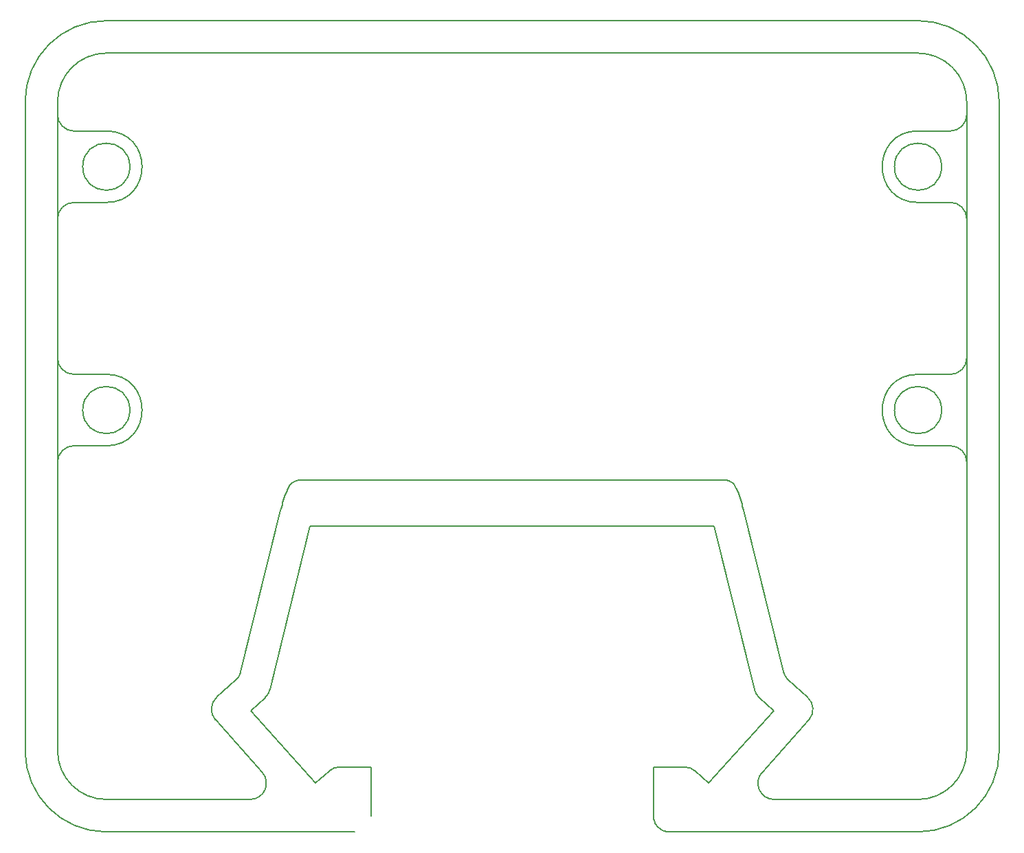
<source format=gbr>
%TF.GenerationSoftware,KiCad,Pcbnew,(7.0.0)*%
%TF.CreationDate,2023-06-19T20:16:09-07:00*%
%TF.ProjectId,main_board,6d61696e-5f62-46f6-9172-642e6b696361,B*%
%TF.SameCoordinates,Original*%
%TF.FileFunction,OtherDrawing,Comment*%
%FSLAX46Y46*%
G04 Gerber Fmt 4.6, Leading zero omitted, Abs format (unit mm)*
G04 Created by KiCad (PCBNEW (7.0.0)) date 2023-06-19 20:16:09*
%MOMM*%
%LPD*%
G01*
G04 APERTURE LIST*
%ADD10C,0.200000*%
%ADD11C,0.180000*%
G04 APERTURE END LIST*
D10*
X112196818Y-90764335D02*
X112340875Y-90708517D01*
X165716622Y-90727691D02*
X165802046Y-90763800D01*
D11*
X189000000Y-134000000D02*
G75*
G03*
X199000000Y-124000000I0J10000000D01*
G01*
D10*
X157701174Y-133876431D02*
X157512049Y-133795908D01*
X157331965Y-133696522D01*
D11*
X85000000Y-86405000D02*
X89000000Y-86405000D01*
D10*
X167512795Y-94331012D02*
X167448554Y-94078618D01*
X167380440Y-93827090D01*
X167308479Y-93576469D01*
X167232697Y-93326797D01*
X167153123Y-93078115D01*
X167069783Y-92830465D01*
X166982703Y-92583889D01*
X166891912Y-92338428D01*
X166797435Y-92094123D01*
X166699301Y-91851017D01*
X166631860Y-91689633D01*
D11*
X195000000Y-88405000D02*
G75*
G03*
X193000000Y-86405000I-1999900J100D01*
G01*
X189000000Y-34000000D02*
X89000000Y-34000000D01*
X79000000Y-124000000D02*
G75*
G03*
X89000000Y-134000000I10000000J0D01*
G01*
X83000000Y-45595000D02*
X83000000Y-44000000D01*
D10*
X166423038Y-91310520D02*
X166507404Y-91442102D01*
D11*
X83000000Y-88405000D02*
X83000000Y-75595000D01*
X163883822Y-96322330D02*
X168842354Y-116445972D01*
X168842375Y-116445967D02*
G75*
G03*
X169452520Y-117459602I1941925J478467D01*
G01*
X79000000Y-44000000D02*
X79000000Y-124000000D01*
X117762717Y-126000012D02*
G75*
G03*
X116430966Y-126507876I-17J-1999988D01*
G01*
X191905000Y-82000000D02*
G75*
G03*
X191905000Y-82000000I-2905000J0D01*
G01*
X160237283Y-126000000D02*
X156385339Y-126000000D01*
D10*
X158113832Y-133979987D02*
X157974007Y-133955226D01*
X112483883Y-90675244D02*
X112607455Y-90665476D01*
D11*
X89000000Y-56405000D02*
G75*
G03*
X89000000Y-47595000I0J4405000D01*
G01*
D10*
X166151282Y-91000784D02*
X166288888Y-91140531D01*
D11*
X89000000Y-77595000D02*
X85000000Y-77595000D01*
X165392545Y-90665476D02*
X112607455Y-90665476D01*
X83000000Y-124000000D02*
G75*
G03*
X89000000Y-130000000I6000100J100D01*
G01*
X114761812Y-127997628D02*
X116430965Y-126507875D01*
X89000000Y-34000000D02*
G75*
G03*
X79000000Y-44000000I0J-10000000D01*
G01*
D10*
X111430911Y-91554229D02*
X111477276Y-91468638D01*
D11*
X85000000Y-86405000D02*
G75*
G03*
X83000000Y-88405000I0J-2000000D01*
G01*
D10*
X111847507Y-91001882D02*
X112006483Y-90875009D01*
X112023867Y-90863117D01*
D11*
X114116177Y-96322330D02*
X163883822Y-96322330D01*
X83000000Y-75595000D02*
X83000000Y-58405000D01*
X106721708Y-130000000D02*
X89000000Y-130000000D01*
D10*
X158254927Y-133994984D02*
X158113832Y-133979987D01*
D11*
X173040040Y-115300056D02*
X175384327Y-117392380D01*
X85000000Y-56405000D02*
X89000000Y-56405000D01*
D10*
X165548941Y-90680639D02*
X165632525Y-90700064D01*
D11*
X195000000Y-58405000D02*
X195000000Y-45595000D01*
X161569053Y-126507855D02*
G75*
G03*
X160237283Y-126000000I-1331653J-1491945D01*
G01*
X91905000Y-52000000D02*
G75*
G03*
X91905000Y-52000000I-2905000J0D01*
G01*
X102455299Y-120216257D02*
X108213833Y-126668248D01*
X106721708Y-130000006D02*
G75*
G03*
X108213833Y-126668248I-8J2000006D01*
G01*
X195000000Y-58405000D02*
G75*
G03*
X193000000Y-56405000I-1999900J100D01*
G01*
D10*
X111709489Y-91142373D02*
X111847507Y-91001882D01*
D11*
X121614661Y-126000000D02*
X117762717Y-126000000D01*
X175544700Y-120216257D02*
X169786167Y-126668248D01*
D10*
X157974007Y-133955226D02*
X157836206Y-133920624D01*
D11*
X83000000Y-88405000D02*
X83000000Y-124000000D01*
D10*
X112340875Y-90708517D02*
X112483883Y-90675244D01*
X166507404Y-91442102D02*
X166604114Y-91626996D01*
X166631860Y-91689633D01*
X165974896Y-90862285D02*
X166135601Y-90986754D01*
X166151282Y-91000784D01*
D11*
X83000000Y-58405000D02*
X83000000Y-45595000D01*
X104959959Y-115300056D02*
X102615672Y-117392380D01*
X110487205Y-94331012D02*
X105570125Y-114286426D01*
D10*
X156550156Y-132792933D02*
X156478982Y-132602679D01*
X156427373Y-132405632D01*
X156395951Y-132204019D01*
X156385339Y-132000067D01*
D11*
X91905000Y-82000000D02*
G75*
G03*
X91905000Y-82000000I-2905000J0D01*
G01*
X85000000Y-56405000D02*
G75*
G03*
X83000000Y-58405000I0J-2000000D01*
G01*
X171228699Y-119044878D02*
X163238187Y-127997628D01*
D10*
X165802046Y-90763800D02*
X165974896Y-90862285D01*
D11*
X189000000Y-38000000D02*
X89000000Y-38000000D01*
D10*
X157836206Y-133920624D02*
X157701174Y-133876431D01*
D11*
X193000000Y-77595000D02*
G75*
G03*
X195000000Y-75595000I0J2000000D01*
G01*
X189000000Y-77595000D02*
X193000000Y-77595000D01*
X175544696Y-120216253D02*
G75*
G03*
X175384327Y-117392381I-1492096J1331753D01*
G01*
D10*
X111525574Y-91388627D02*
X111570497Y-91320640D01*
D11*
X104959971Y-115300069D02*
G75*
G03*
X105570125Y-114286426I-1331871J1492169D01*
G01*
X106771301Y-119044878D02*
X114761812Y-127997628D01*
X167512795Y-94331012D02*
X172429875Y-114286426D01*
X189000000Y-47595000D02*
X193000000Y-47595000D01*
D10*
X111477276Y-91468638D02*
X111525574Y-91388627D01*
D11*
X169452520Y-117459602D02*
X171228699Y-119044878D01*
X102615663Y-117392370D02*
G75*
G03*
X102455299Y-120216257I1331837J-1492130D01*
G01*
X189000000Y-77595000D02*
G75*
G03*
X189000000Y-86405000I50J-4405000D01*
G01*
X172429892Y-114286422D02*
G75*
G03*
X173040040Y-115300056I1942008J478522D01*
G01*
X195000000Y-75595000D02*
X195000000Y-58405000D01*
X193000000Y-56405000D02*
X189000000Y-56405000D01*
D10*
X111368140Y-91689633D02*
X111430911Y-91554229D01*
X156739318Y-133132814D02*
X156630538Y-132956932D01*
X156550156Y-132792933D01*
D11*
X114116177Y-96322330D02*
X109157645Y-116445972D01*
X191905000Y-52000000D02*
G75*
G03*
X191905000Y-52000000I-2905000J0D01*
G01*
D10*
X166288888Y-91140531D02*
X166415759Y-91300288D01*
X166423038Y-91310520D01*
X111368140Y-91689633D02*
X111267581Y-91931917D01*
X111170663Y-92175427D01*
X111077412Y-92420122D01*
X110987855Y-92665959D01*
X110902019Y-92912898D01*
X110819931Y-93160896D01*
X110741618Y-93409913D01*
X110667107Y-93659906D01*
X110596425Y-93910834D01*
X110529599Y-94162655D01*
X110487205Y-94331012D01*
D11*
X108547486Y-117459609D02*
G75*
G03*
X109157645Y-116445972I-1331586J1492009D01*
G01*
X83000000Y-45595000D02*
G75*
G03*
X85000000Y-47595000I2000100J100D01*
G01*
X108547480Y-117459602D02*
X106771301Y-119044878D01*
X89000000Y-86405000D02*
G75*
G03*
X89000000Y-77595000I0J4405000D01*
G01*
D10*
X157014315Y-133452424D02*
X156868404Y-133299797D01*
X156739318Y-133132814D01*
X165465248Y-90668948D02*
X165548941Y-90680639D01*
X157331965Y-133696522D02*
X157167035Y-133582410D01*
X157014315Y-133452424D01*
D11*
X156385339Y-126000000D02*
X156385339Y-132000000D01*
X163238187Y-127997628D02*
X161569035Y-126507875D01*
X199000000Y-44000000D02*
G75*
G03*
X189000000Y-34000000I-9999900J100D01*
G01*
X195000000Y-88405000D02*
X195000000Y-75595000D01*
D10*
X165632525Y-90700064D02*
X165716622Y-90727691D01*
D11*
X195000000Y-45595000D02*
X195000000Y-44000000D01*
X121614661Y-132000000D02*
X121614661Y-126000000D01*
X89000000Y-47595000D02*
X85000000Y-47595000D01*
D10*
X111570497Y-91320640D02*
X111695572Y-91158372D01*
X111709489Y-91142373D01*
D11*
X195000000Y-88405000D02*
X195000000Y-124000000D01*
D10*
X112023867Y-90863117D02*
X112196818Y-90764335D01*
X158397168Y-134000000D02*
X158254927Y-133994984D01*
X165392545Y-90665476D02*
X165465248Y-90668948D01*
D11*
X189000000Y-130000000D02*
G75*
G03*
X195000000Y-124000000I0J6000000D01*
G01*
X169786227Y-126668302D02*
G75*
G03*
X171278292Y-130000000I1492173J-1331698D01*
G01*
X83000000Y-75595000D02*
G75*
G03*
X85000000Y-77595000I2000100J100D01*
G01*
X189000000Y-47595000D02*
G75*
G03*
X189000000Y-56405000I50J-4405000D01*
G01*
X119602859Y-134000000D02*
X89000000Y-134000000D01*
X89000000Y-38000000D02*
G75*
G03*
X83000000Y-44000000I0J-6000000D01*
G01*
X193000000Y-86405000D02*
X189000000Y-86405000D01*
X199000000Y-44000000D02*
X199000000Y-124000000D01*
X189000000Y-134000000D02*
X158397168Y-134000000D01*
X195000000Y-44000000D02*
G75*
G03*
X189000000Y-38000000I-5999900J100D01*
G01*
X189000000Y-130000000D02*
X171278292Y-130000000D01*
X193000000Y-47595000D02*
G75*
G03*
X195000000Y-45595000I0J2000000D01*
G01*
M02*

</source>
